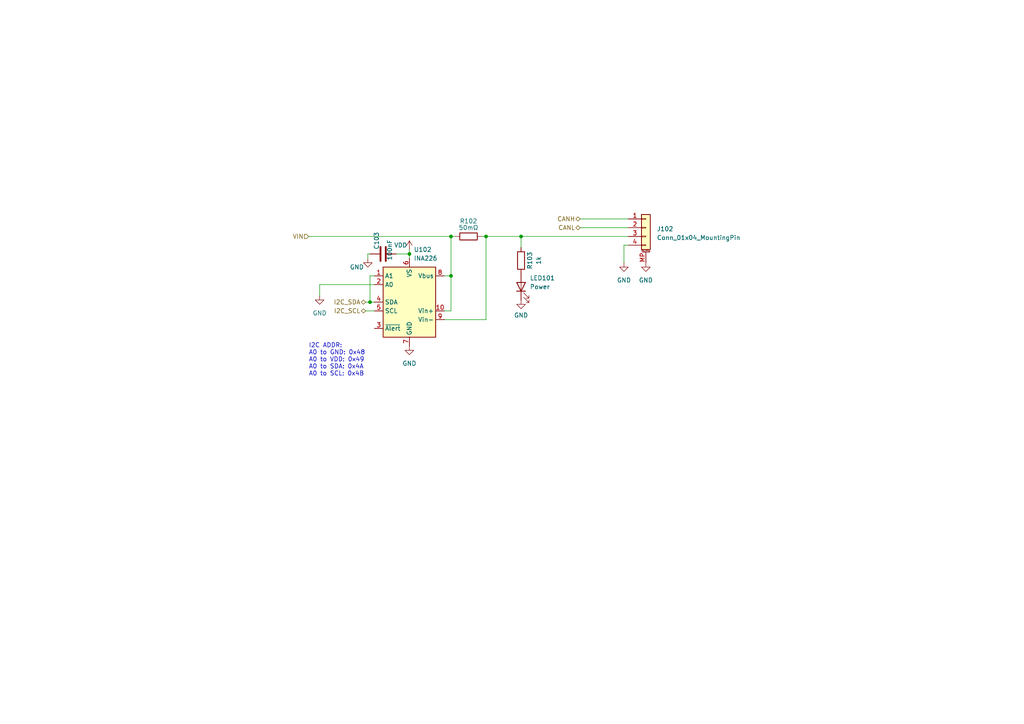
<source format=kicad_sch>
(kicad_sch
	(version 20231120)
	(generator "eeschema")
	(generator_version "8.0")
	(uuid "d339b9d8-51a7-460e-bb19-8d8c25d3e2aa")
	(paper "A4")
	(lib_symbols
		(symbol "Connector_Generic_MountingPin:Conn_01x04_MountingPin"
			(pin_names
				(offset 1.016) hide)
			(exclude_from_sim no)
			(in_bom yes)
			(on_board yes)
			(property "Reference" "J"
				(at 0 5.08 0)
				(effects
					(font
						(size 1.27 1.27)
					)
				)
			)
			(property "Value" "Conn_01x04_MountingPin"
				(at 1.27 -7.62 0)
				(effects
					(font
						(size 1.27 1.27)
					)
					(justify left)
				)
			)
			(property "Footprint" ""
				(at 0 0 0)
				(effects
					(font
						(size 1.27 1.27)
					)
					(hide yes)
				)
			)
			(property "Datasheet" "~"
				(at 0 0 0)
				(effects
					(font
						(size 1.27 1.27)
					)
					(hide yes)
				)
			)
			(property "Description" "Generic connectable mounting pin connector, single row, 01x04, script generated (kicad-library-utils/schlib/autogen/connector/)"
				(at 0 0 0)
				(effects
					(font
						(size 1.27 1.27)
					)
					(hide yes)
				)
			)
			(property "ki_keywords" "connector"
				(at 0 0 0)
				(effects
					(font
						(size 1.27 1.27)
					)
					(hide yes)
				)
			)
			(property "ki_fp_filters" "Connector*:*_1x??-1MP*"
				(at 0 0 0)
				(effects
					(font
						(size 1.27 1.27)
					)
					(hide yes)
				)
			)
			(symbol "Conn_01x04_MountingPin_1_1"
				(rectangle
					(start -1.27 -4.953)
					(end 0 -5.207)
					(stroke
						(width 0.1524)
						(type default)
					)
					(fill
						(type none)
					)
				)
				(rectangle
					(start -1.27 -2.413)
					(end 0 -2.667)
					(stroke
						(width 0.1524)
						(type default)
					)
					(fill
						(type none)
					)
				)
				(rectangle
					(start -1.27 0.127)
					(end 0 -0.127)
					(stroke
						(width 0.1524)
						(type default)
					)
					(fill
						(type none)
					)
				)
				(rectangle
					(start -1.27 2.667)
					(end 0 2.413)
					(stroke
						(width 0.1524)
						(type default)
					)
					(fill
						(type none)
					)
				)
				(rectangle
					(start -1.27 3.81)
					(end 1.27 -6.35)
					(stroke
						(width 0.254)
						(type default)
					)
					(fill
						(type background)
					)
				)
				(polyline
					(pts
						(xy -1.016 -7.112) (xy 1.016 -7.112)
					)
					(stroke
						(width 0.1524)
						(type default)
					)
					(fill
						(type none)
					)
				)
				(text "Mounting"
					(at 0 -6.731 0)
					(effects
						(font
							(size 0.381 0.381)
						)
					)
				)
				(pin passive line
					(at -5.08 2.54 0)
					(length 3.81)
					(name "Pin_1"
						(effects
							(font
								(size 1.27 1.27)
							)
						)
					)
					(number "1"
						(effects
							(font
								(size 1.27 1.27)
							)
						)
					)
				)
				(pin passive line
					(at -5.08 0 0)
					(length 3.81)
					(name "Pin_2"
						(effects
							(font
								(size 1.27 1.27)
							)
						)
					)
					(number "2"
						(effects
							(font
								(size 1.27 1.27)
							)
						)
					)
				)
				(pin passive line
					(at -5.08 -2.54 0)
					(length 3.81)
					(name "Pin_3"
						(effects
							(font
								(size 1.27 1.27)
							)
						)
					)
					(number "3"
						(effects
							(font
								(size 1.27 1.27)
							)
						)
					)
				)
				(pin passive line
					(at -5.08 -5.08 0)
					(length 3.81)
					(name "Pin_4"
						(effects
							(font
								(size 1.27 1.27)
							)
						)
					)
					(number "4"
						(effects
							(font
								(size 1.27 1.27)
							)
						)
					)
				)
				(pin passive line
					(at 0 -10.16 90)
					(length 3.048)
					(name "MountPin"
						(effects
							(font
								(size 1.27 1.27)
							)
						)
					)
					(number "MP"
						(effects
							(font
								(size 1.27 1.27)
							)
						)
					)
				)
			)
		)
		(symbol "Device:C"
			(pin_numbers hide)
			(pin_names
				(offset 0.254)
			)
			(exclude_from_sim no)
			(in_bom yes)
			(on_board yes)
			(property "Reference" "C"
				(at 0.635 2.54 0)
				(effects
					(font
						(size 1.27 1.27)
					)
					(justify left)
				)
			)
			(property "Value" "C"
				(at 0.635 -2.54 0)
				(effects
					(font
						(size 1.27 1.27)
					)
					(justify left)
				)
			)
			(property "Footprint" ""
				(at 0.9652 -3.81 0)
				(effects
					(font
						(size 1.27 1.27)
					)
					(hide yes)
				)
			)
			(property "Datasheet" "~"
				(at 0 0 0)
				(effects
					(font
						(size 1.27 1.27)
					)
					(hide yes)
				)
			)
			(property "Description" "Unpolarized capacitor"
				(at 0 0 0)
				(effects
					(font
						(size 1.27 1.27)
					)
					(hide yes)
				)
			)
			(property "ki_keywords" "cap capacitor"
				(at 0 0 0)
				(effects
					(font
						(size 1.27 1.27)
					)
					(hide yes)
				)
			)
			(property "ki_fp_filters" "C_*"
				(at 0 0 0)
				(effects
					(font
						(size 1.27 1.27)
					)
					(hide yes)
				)
			)
			(symbol "C_0_1"
				(polyline
					(pts
						(xy -2.032 -0.762) (xy 2.032 -0.762)
					)
					(stroke
						(width 0.508)
						(type default)
					)
					(fill
						(type none)
					)
				)
				(polyline
					(pts
						(xy -2.032 0.762) (xy 2.032 0.762)
					)
					(stroke
						(width 0.508)
						(type default)
					)
					(fill
						(type none)
					)
				)
			)
			(symbol "C_1_1"
				(pin passive line
					(at 0 3.81 270)
					(length 2.794)
					(name "~"
						(effects
							(font
								(size 1.27 1.27)
							)
						)
					)
					(number "1"
						(effects
							(font
								(size 1.27 1.27)
							)
						)
					)
				)
				(pin passive line
					(at 0 -3.81 90)
					(length 2.794)
					(name "~"
						(effects
							(font
								(size 1.27 1.27)
							)
						)
					)
					(number "2"
						(effects
							(font
								(size 1.27 1.27)
							)
						)
					)
				)
			)
		)
		(symbol "Device:LED"
			(pin_numbers hide)
			(pin_names
				(offset 1.016) hide)
			(exclude_from_sim no)
			(in_bom yes)
			(on_board yes)
			(property "Reference" "D"
				(at 0 2.54 0)
				(effects
					(font
						(size 1.27 1.27)
					)
				)
			)
			(property "Value" "LED"
				(at 0 -2.54 0)
				(effects
					(font
						(size 1.27 1.27)
					)
				)
			)
			(property "Footprint" ""
				(at 0 0 0)
				(effects
					(font
						(size 1.27 1.27)
					)
					(hide yes)
				)
			)
			(property "Datasheet" "~"
				(at 0 0 0)
				(effects
					(font
						(size 1.27 1.27)
					)
					(hide yes)
				)
			)
			(property "Description" "Light emitting diode"
				(at 0 0 0)
				(effects
					(font
						(size 1.27 1.27)
					)
					(hide yes)
				)
			)
			(property "ki_keywords" "LED diode"
				(at 0 0 0)
				(effects
					(font
						(size 1.27 1.27)
					)
					(hide yes)
				)
			)
			(property "ki_fp_filters" "LED* LED_SMD:* LED_THT:*"
				(at 0 0 0)
				(effects
					(font
						(size 1.27 1.27)
					)
					(hide yes)
				)
			)
			(symbol "LED_0_1"
				(polyline
					(pts
						(xy -1.27 -1.27) (xy -1.27 1.27)
					)
					(stroke
						(width 0.254)
						(type default)
					)
					(fill
						(type none)
					)
				)
				(polyline
					(pts
						(xy -1.27 0) (xy 1.27 0)
					)
					(stroke
						(width 0)
						(type default)
					)
					(fill
						(type none)
					)
				)
				(polyline
					(pts
						(xy 1.27 -1.27) (xy 1.27 1.27) (xy -1.27 0) (xy 1.27 -1.27)
					)
					(stroke
						(width 0.254)
						(type default)
					)
					(fill
						(type none)
					)
				)
				(polyline
					(pts
						(xy -3.048 -0.762) (xy -4.572 -2.286) (xy -3.81 -2.286) (xy -4.572 -2.286) (xy -4.572 -1.524)
					)
					(stroke
						(width 0)
						(type default)
					)
					(fill
						(type none)
					)
				)
				(polyline
					(pts
						(xy -1.778 -0.762) (xy -3.302 -2.286) (xy -2.54 -2.286) (xy -3.302 -2.286) (xy -3.302 -1.524)
					)
					(stroke
						(width 0)
						(type default)
					)
					(fill
						(type none)
					)
				)
			)
			(symbol "LED_1_1"
				(pin passive line
					(at -3.81 0 0)
					(length 2.54)
					(name "K"
						(effects
							(font
								(size 1.27 1.27)
							)
						)
					)
					(number "1"
						(effects
							(font
								(size 1.27 1.27)
							)
						)
					)
				)
				(pin passive line
					(at 3.81 0 180)
					(length 2.54)
					(name "A"
						(effects
							(font
								(size 1.27 1.27)
							)
						)
					)
					(number "2"
						(effects
							(font
								(size 1.27 1.27)
							)
						)
					)
				)
			)
		)
		(symbol "Device:R"
			(pin_numbers hide)
			(pin_names
				(offset 0)
			)
			(exclude_from_sim no)
			(in_bom yes)
			(on_board yes)
			(property "Reference" "R"
				(at 2.032 0 90)
				(effects
					(font
						(size 1.27 1.27)
					)
				)
			)
			(property "Value" "R"
				(at 0 0 90)
				(effects
					(font
						(size 1.27 1.27)
					)
				)
			)
			(property "Footprint" ""
				(at -1.778 0 90)
				(effects
					(font
						(size 1.27 1.27)
					)
					(hide yes)
				)
			)
			(property "Datasheet" "~"
				(at 0 0 0)
				(effects
					(font
						(size 1.27 1.27)
					)
					(hide yes)
				)
			)
			(property "Description" "Resistor"
				(at 0 0 0)
				(effects
					(font
						(size 1.27 1.27)
					)
					(hide yes)
				)
			)
			(property "ki_keywords" "R res resistor"
				(at 0 0 0)
				(effects
					(font
						(size 1.27 1.27)
					)
					(hide yes)
				)
			)
			(property "ki_fp_filters" "R_*"
				(at 0 0 0)
				(effects
					(font
						(size 1.27 1.27)
					)
					(hide yes)
				)
			)
			(symbol "R_0_1"
				(rectangle
					(start -1.016 -2.54)
					(end 1.016 2.54)
					(stroke
						(width 0.254)
						(type default)
					)
					(fill
						(type none)
					)
				)
			)
			(symbol "R_1_1"
				(pin passive line
					(at 0 3.81 270)
					(length 1.27)
					(name "~"
						(effects
							(font
								(size 1.27 1.27)
							)
						)
					)
					(number "1"
						(effects
							(font
								(size 1.27 1.27)
							)
						)
					)
				)
				(pin passive line
					(at 0 -3.81 90)
					(length 1.27)
					(name "~"
						(effects
							(font
								(size 1.27 1.27)
							)
						)
					)
					(number "2"
						(effects
							(font
								(size 1.27 1.27)
							)
						)
					)
				)
			)
		)
		(symbol "Sensor_Energy:INA226"
			(exclude_from_sim no)
			(in_bom yes)
			(on_board yes)
			(property "Reference" "U"
				(at -6.35 11.43 0)
				(effects
					(font
						(size 1.27 1.27)
					)
				)
			)
			(property "Value" "INA226"
				(at 3.81 11.43 0)
				(effects
					(font
						(size 1.27 1.27)
					)
				)
			)
			(property "Footprint" "Package_SO:VSSOP-10_3x3mm_P0.5mm"
				(at 20.32 -11.43 0)
				(effects
					(font
						(size 1.27 1.27)
					)
					(hide yes)
				)
			)
			(property "Datasheet" "http://www.ti.com/lit/ds/symlink/ina226.pdf"
				(at 8.89 -2.54 0)
				(effects
					(font
						(size 1.27 1.27)
					)
					(hide yes)
				)
			)
			(property "Description" "High-Side or Low-Side Measurement, Bi-Directional Current and Power Monitor (0-36V) with I2C Compatible Interface, VSSOP-10"
				(at 0 0 0)
				(effects
					(font
						(size 1.27 1.27)
					)
					(hide yes)
				)
			)
			(property "ki_keywords" "ADC I2C 16-Bit Oversampling Current Shunt"
				(at 0 0 0)
				(effects
					(font
						(size 1.27 1.27)
					)
					(hide yes)
				)
			)
			(property "ki_fp_filters" "VSSOP*3x3mm*P0.5mm*"
				(at 0 0 0)
				(effects
					(font
						(size 1.27 1.27)
					)
					(hide yes)
				)
			)
			(symbol "INA226_0_1"
				(rectangle
					(start 7.62 10.16)
					(end -7.62 -10.16)
					(stroke
						(width 0.254)
						(type default)
					)
					(fill
						(type background)
					)
				)
			)
			(symbol "INA226_1_1"
				(pin input line
					(at 10.16 7.62 180)
					(length 2.54)
					(name "A1"
						(effects
							(font
								(size 1.27 1.27)
							)
						)
					)
					(number "1"
						(effects
							(font
								(size 1.27 1.27)
							)
						)
					)
				)
				(pin input line
					(at -10.16 -2.54 0)
					(length 2.54)
					(name "Vin+"
						(effects
							(font
								(size 1.27 1.27)
							)
						)
					)
					(number "10"
						(effects
							(font
								(size 1.27 1.27)
							)
						)
					)
				)
				(pin input line
					(at 10.16 5.08 180)
					(length 2.54)
					(name "A0"
						(effects
							(font
								(size 1.27 1.27)
							)
						)
					)
					(number "2"
						(effects
							(font
								(size 1.27 1.27)
							)
						)
					)
				)
				(pin open_collector line
					(at 10.16 -7.62 180)
					(length 2.54)
					(name "~{Alert}"
						(effects
							(font
								(size 1.27 1.27)
							)
						)
					)
					(number "3"
						(effects
							(font
								(size 1.27 1.27)
							)
						)
					)
				)
				(pin bidirectional line
					(at 10.16 0 180)
					(length 2.54)
					(name "SDA"
						(effects
							(font
								(size 1.27 1.27)
							)
						)
					)
					(number "4"
						(effects
							(font
								(size 1.27 1.27)
							)
						)
					)
				)
				(pin input line
					(at 10.16 -2.54 180)
					(length 2.54)
					(name "SCL"
						(effects
							(font
								(size 1.27 1.27)
							)
						)
					)
					(number "5"
						(effects
							(font
								(size 1.27 1.27)
							)
						)
					)
				)
				(pin power_in line
					(at 0 12.7 270)
					(length 2.54)
					(name "VS"
						(effects
							(font
								(size 1.27 1.27)
							)
						)
					)
					(number "6"
						(effects
							(font
								(size 1.27 1.27)
							)
						)
					)
				)
				(pin power_in line
					(at 0 -12.7 90)
					(length 2.54)
					(name "GND"
						(effects
							(font
								(size 1.27 1.27)
							)
						)
					)
					(number "7"
						(effects
							(font
								(size 1.27 1.27)
							)
						)
					)
				)
				(pin input line
					(at -10.16 7.62 0)
					(length 2.54)
					(name "Vbus"
						(effects
							(font
								(size 1.27 1.27)
							)
						)
					)
					(number "8"
						(effects
							(font
								(size 1.27 1.27)
							)
						)
					)
				)
				(pin input line
					(at -10.16 -5.08 0)
					(length 2.54)
					(name "Vin-"
						(effects
							(font
								(size 1.27 1.27)
							)
						)
					)
					(number "9"
						(effects
							(font
								(size 1.27 1.27)
							)
						)
					)
				)
			)
		)
		(symbol "power:GND"
			(power)
			(pin_names
				(offset 0)
			)
			(exclude_from_sim no)
			(in_bom yes)
			(on_board yes)
			(property "Reference" "#PWR"
				(at 0 -6.35 0)
				(effects
					(font
						(size 1.27 1.27)
					)
					(hide yes)
				)
			)
			(property "Value" "GND"
				(at 0 -3.81 0)
				(effects
					(font
						(size 1.27 1.27)
					)
				)
			)
			(property "Footprint" ""
				(at 0 0 0)
				(effects
					(font
						(size 1.27 1.27)
					)
					(hide yes)
				)
			)
			(property "Datasheet" ""
				(at 0 0 0)
				(effects
					(font
						(size 1.27 1.27)
					)
					(hide yes)
				)
			)
			(property "Description" "Power symbol creates a global label with name \"GND\" , ground"
				(at 0 0 0)
				(effects
					(font
						(size 1.27 1.27)
					)
					(hide yes)
				)
			)
			(property "ki_keywords" "global power"
				(at 0 0 0)
				(effects
					(font
						(size 1.27 1.27)
					)
					(hide yes)
				)
			)
			(symbol "GND_0_1"
				(polyline
					(pts
						(xy 0 0) (xy 0 -1.27) (xy 1.27 -1.27) (xy 0 -2.54) (xy -1.27 -1.27) (xy 0 -1.27)
					)
					(stroke
						(width 0)
						(type default)
					)
					(fill
						(type none)
					)
				)
			)
			(symbol "GND_1_1"
				(pin power_in line
					(at 0 0 270)
					(length 0) hide
					(name "GND"
						(effects
							(font
								(size 1.27 1.27)
							)
						)
					)
					(number "1"
						(effects
							(font
								(size 1.27 1.27)
							)
						)
					)
				)
			)
		)
		(symbol "power:VDD"
			(power)
			(pin_names
				(offset 0)
			)
			(exclude_from_sim no)
			(in_bom yes)
			(on_board yes)
			(property "Reference" "#PWR"
				(at 0 -3.81 0)
				(effects
					(font
						(size 1.27 1.27)
					)
					(hide yes)
				)
			)
			(property "Value" "VDD"
				(at 0 3.81 0)
				(effects
					(font
						(size 1.27 1.27)
					)
				)
			)
			(property "Footprint" ""
				(at 0 0 0)
				(effects
					(font
						(size 1.27 1.27)
					)
					(hide yes)
				)
			)
			(property "Datasheet" ""
				(at 0 0 0)
				(effects
					(font
						(size 1.27 1.27)
					)
					(hide yes)
				)
			)
			(property "Description" "Power symbol creates a global label with name \"VDD\""
				(at 0 0 0)
				(effects
					(font
						(size 1.27 1.27)
					)
					(hide yes)
				)
			)
			(property "ki_keywords" "global power"
				(at 0 0 0)
				(effects
					(font
						(size 1.27 1.27)
					)
					(hide yes)
				)
			)
			(symbol "VDD_0_1"
				(polyline
					(pts
						(xy -0.762 1.27) (xy 0 2.54)
					)
					(stroke
						(width 0)
						(type default)
					)
					(fill
						(type none)
					)
				)
				(polyline
					(pts
						(xy 0 0) (xy 0 2.54)
					)
					(stroke
						(width 0)
						(type default)
					)
					(fill
						(type none)
					)
				)
				(polyline
					(pts
						(xy 0 2.54) (xy 0.762 1.27)
					)
					(stroke
						(width 0)
						(type default)
					)
					(fill
						(type none)
					)
				)
			)
			(symbol "VDD_1_1"
				(pin power_in line
					(at 0 0 90)
					(length 0) hide
					(name "VDD"
						(effects
							(font
								(size 1.27 1.27)
							)
						)
					)
					(number "1"
						(effects
							(font
								(size 1.27 1.27)
							)
						)
					)
				)
			)
		)
	)
	(junction
		(at 107.315 87.63)
		(diameter 0)
		(color 0 0 0 0)
		(uuid "1873f700-579d-49af-ad20-5167b28ddfda")
	)
	(junction
		(at 130.81 68.58)
		(diameter 0)
		(color 0 0 0 0)
		(uuid "2bbd9cbf-4ce6-4d7c-9ae5-b847f173838f")
	)
	(junction
		(at 151.13 68.58)
		(diameter 0)
		(color 0 0 0 0)
		(uuid "3ab7a47b-ee1e-4de6-bab3-bd178024a4a4")
	)
	(junction
		(at 130.81 80.01)
		(diameter 0)
		(color 0 0 0 0)
		(uuid "506817bd-3b39-408c-b42d-6c50fee13901")
	)
	(junction
		(at 118.745 73.66)
		(diameter 0)
		(color 0 0 0 0)
		(uuid "5c906a4f-6f8b-46a7-8bba-fb7f82694673")
	)
	(junction
		(at 140.97 68.58)
		(diameter 0)
		(color 0 0 0 0)
		(uuid "77dde57e-ef72-4e11-a637-5f42ef4b71b1")
	)
	(wire
		(pts
			(xy 128.905 90.17) (xy 130.81 90.17)
		)
		(stroke
			(width 0)
			(type default)
		)
		(uuid "0030dd76-e4cd-4201-9e85-7e17791306de")
	)
	(wire
		(pts
			(xy 180.975 71.12) (xy 180.975 76.2)
		)
		(stroke
			(width 0)
			(type default)
		)
		(uuid "00c952ea-469c-49bc-b5d1-630d9c998815")
	)
	(wire
		(pts
			(xy 140.97 68.58) (xy 151.13 68.58)
		)
		(stroke
			(width 0)
			(type default)
		)
		(uuid "0dc036a2-ea79-4bf1-9f50-327a4bade299")
	)
	(wire
		(pts
			(xy 106.045 90.17) (xy 108.585 90.17)
		)
		(stroke
			(width 0)
			(type default)
		)
		(uuid "12e1a23d-8937-490d-b5da-5a2964662018")
	)
	(wire
		(pts
			(xy 92.71 85.725) (xy 92.71 82.55)
		)
		(stroke
			(width 0)
			(type default)
		)
		(uuid "20c91705-0896-4068-a282-93524dbf6226")
	)
	(wire
		(pts
			(xy 128.905 92.71) (xy 140.97 92.71)
		)
		(stroke
			(width 0)
			(type default)
		)
		(uuid "243dfab5-26dc-446f-ba40-a4d50acc23a8")
	)
	(wire
		(pts
			(xy 114.935 73.66) (xy 118.745 73.66)
		)
		(stroke
			(width 0)
			(type default)
		)
		(uuid "24937cb2-87e2-4649-9f80-3f66f1c6310b")
	)
	(wire
		(pts
			(xy 151.13 68.58) (xy 182.245 68.58)
		)
		(stroke
			(width 0)
			(type default)
		)
		(uuid "3711cf39-0b6c-41e5-bbe4-895bfff51ed6")
	)
	(wire
		(pts
			(xy 107.315 80.01) (xy 107.315 87.63)
		)
		(stroke
			(width 0)
			(type default)
		)
		(uuid "40c072ff-bde2-45d7-a090-b781af641db3")
	)
	(wire
		(pts
			(xy 108.585 80.01) (xy 107.315 80.01)
		)
		(stroke
			(width 0)
			(type default)
		)
		(uuid "4a12d5a6-0149-4a2b-9cfc-046a80e2e0ba")
	)
	(wire
		(pts
			(xy 140.97 68.58) (xy 140.97 92.71)
		)
		(stroke
			(width 0)
			(type default)
		)
		(uuid "4a4f922f-0eaa-4608-9b97-301f163623eb")
	)
	(wire
		(pts
			(xy 130.81 68.58) (xy 132.08 68.58)
		)
		(stroke
			(width 0)
			(type default)
		)
		(uuid "4c609e88-60b1-476c-9b79-37d90a8cff1d")
	)
	(wire
		(pts
			(xy 151.13 68.58) (xy 151.13 71.755)
		)
		(stroke
			(width 0)
			(type default)
		)
		(uuid "56d9f6b5-075e-4489-81c2-4d9101168880")
	)
	(wire
		(pts
			(xy 168.275 66.04) (xy 182.245 66.04)
		)
		(stroke
			(width 0)
			(type default)
		)
		(uuid "601a51f2-fef3-4dc5-a5ed-2adfdc50380e")
	)
	(wire
		(pts
			(xy 106.045 87.63) (xy 107.315 87.63)
		)
		(stroke
			(width 0)
			(type default)
		)
		(uuid "62513fc4-cd86-4532-b42c-e177242d0967")
	)
	(wire
		(pts
			(xy 168.275 63.5) (xy 182.245 63.5)
		)
		(stroke
			(width 0)
			(type default)
		)
		(uuid "6b9266f5-ab9c-409e-b0a8-6ccccf415811")
	)
	(wire
		(pts
			(xy 106.68 73.66) (xy 107.315 73.66)
		)
		(stroke
			(width 0)
			(type default)
		)
		(uuid "6d628110-1cbe-4b64-a0ee-91ceaeb77721")
	)
	(wire
		(pts
			(xy 130.81 80.01) (xy 130.81 90.17)
		)
		(stroke
			(width 0)
			(type default)
		)
		(uuid "6fd0f1fc-c877-437d-9967-4c3c30f4b58c")
	)
	(wire
		(pts
			(xy 107.315 87.63) (xy 108.585 87.63)
		)
		(stroke
			(width 0)
			(type default)
		)
		(uuid "728df01c-609e-4e92-9090-f97d00b444a8")
	)
	(wire
		(pts
			(xy 92.71 82.55) (xy 108.585 82.55)
		)
		(stroke
			(width 0)
			(type default)
		)
		(uuid "87170b3a-a229-4a09-ba6b-29c1e5c2eefe")
	)
	(wire
		(pts
			(xy 182.245 71.12) (xy 180.975 71.12)
		)
		(stroke
			(width 0)
			(type default)
		)
		(uuid "a00b61e4-0214-499a-9fe7-eb5ce6578ff5")
	)
	(wire
		(pts
			(xy 106.68 73.66) (xy 106.68 74.93)
		)
		(stroke
			(width 0)
			(type default)
		)
		(uuid "a715c9e6-7327-41b8-bc58-148e561c745d")
	)
	(wire
		(pts
			(xy 130.81 68.58) (xy 130.81 80.01)
		)
		(stroke
			(width 0)
			(type default)
		)
		(uuid "bd2fd7c6-92a8-4cb3-ae86-5381a192a01a")
	)
	(wire
		(pts
			(xy 128.905 80.01) (xy 130.81 80.01)
		)
		(stroke
			(width 0)
			(type default)
		)
		(uuid "bf2d40ed-2d3c-4932-a7f9-e24d44e4ab3c")
	)
	(wire
		(pts
			(xy 139.7 68.58) (xy 140.97 68.58)
		)
		(stroke
			(width 0)
			(type default)
		)
		(uuid "c1dc32ba-7d4c-448a-8efb-328392e64ede")
	)
	(wire
		(pts
			(xy 118.745 72.39) (xy 118.745 73.66)
		)
		(stroke
			(width 0)
			(type default)
		)
		(uuid "c330658c-1d2c-4c9d-8a35-a8a2fef0e53c")
	)
	(wire
		(pts
			(xy 118.745 73.66) (xy 118.745 74.93)
		)
		(stroke
			(width 0)
			(type default)
		)
		(uuid "e3e3035b-aebb-4e91-97f1-5c52e47405e0")
	)
	(wire
		(pts
			(xy 89.535 68.58) (xy 130.81 68.58)
		)
		(stroke
			(width 0)
			(type default)
		)
		(uuid "e7803daf-c28e-4f73-ae89-cfb7c6f6e9cd")
	)
	(text "I2C ADDR: \nA0 to GND: 0x48\nA0 to VDD: 0x49\nA0 to SDA: 0x4A\nA0 to SCL: 0x4B"
		(exclude_from_sim no)
		(at 89.535 109.22 0)
		(effects
			(font
				(size 1.27 1.27)
			)
			(justify left bottom)
		)
		(uuid "1daa64f4-49f0-4dde-9c30-0fac420b5da3")
	)
	(hierarchical_label "I2C_SCL"
		(shape bidirectional)
		(at 106.045 90.17 180)
		(fields_autoplaced yes)
		(effects
			(font
				(size 1.27 1.27)
			)
			(justify right)
		)
		(uuid "52aa4820-3464-4a91-bbb3-a94b7f711648")
	)
	(hierarchical_label "CANH"
		(shape bidirectional)
		(at 168.275 63.5 180)
		(fields_autoplaced yes)
		(effects
			(font
				(size 1.27 1.27)
			)
			(justify right)
		)
		(uuid "7075cf47-3485-4ce5-9ad5-491b442ee589")
	)
	(hierarchical_label "CANL"
		(shape bidirectional)
		(at 168.275 66.04 180)
		(fields_autoplaced yes)
		(effects
			(font
				(size 1.27 1.27)
			)
			(justify right)
		)
		(uuid "b67e702e-8f97-470b-8baa-3539030fd8ff")
	)
	(hierarchical_label "VIN"
		(shape input)
		(at 89.535 68.58 180)
		(fields_autoplaced yes)
		(effects
			(font
				(size 1.27 1.27)
			)
			(justify right)
		)
		(uuid "ed760161-8b4d-4dfb-ac01-f43748dfdf9a")
	)
	(hierarchical_label "I2C_SDA"
		(shape bidirectional)
		(at 106.045 87.63 180)
		(fields_autoplaced yes)
		(effects
			(font
				(size 1.27 1.27)
			)
			(justify right)
		)
		(uuid "fa402e99-3f60-4998-9204-371d0ca05d50")
	)
	(symbol
		(lib_id "Device:LED")
		(at 151.13 83.185 90)
		(unit 1)
		(exclude_from_sim no)
		(in_bom yes)
		(on_board yes)
		(dnp no)
		(uuid "0054c927-5491-414b-95f5-72392d9bb1b0")
		(property "Reference" "LED301"
			(at 153.67 80.645 90)
			(effects
				(font
					(size 1.27 1.27)
				)
				(justify right)
			)
		)
		(property "Value" "Power"
			(at 153.67 83.185 90)
			(effects
				(font
					(size 1.27 1.27)
				)
				(justify right)
			)
		)
		(property "Footprint" "LED_SMD:LED_0603_1608Metric"
			(at 151.13 83.185 0)
			(effects
				(font
					(size 1.27 1.27)
				)
				(hide yes)
			)
		)
		(property "Datasheet" "~"
			(at 151.13 83.185 0)
			(effects
				(font
					(size 1.27 1.27)
				)
				(hide yes)
			)
		)
		(property "Description" ""
			(at 151.13 83.185 0)
			(effects
				(font
					(size 1.27 1.27)
				)
				(hide yes)
			)
		)
		(property "LCSC" "C2297"
			(at 151.13 83.185 0)
			(effects
				(font
					(size 1.27 1.27)
				)
				(hide yes)
			)
		)
		(pin "1"
			(uuid "0e7d0f30-0547-4dc8-9add-180bf43c1cc0")
		)
		(pin "2"
			(uuid "e46da2ba-aa07-4eaf-ad60-a275388056a9")
		)
		(instances
			(project "GS"
				(path "/39a3f286-a766-4612-a8bf-4e53d682d5ae/1917b303-3de0-4f5d-869e-635a906a89ff"
					(reference "LED301")
					(unit 1)
				)
			)
			(project "GS"
				(path "/920f9ee9-d8de-4f24-ad72-1c45434a67fe/deff5b4c-9f0c-4d0a-bd9e-e7e67942e2ab"
					(reference "LED6")
					(unit 1)
				)
			)
			(project "ModuleIF"
				(path "/d339b9d8-51a7-460e-bb19-8d8c25d3e2aa"
					(reference "LED101")
					(unit 1)
				)
			)
			(project "LiPoPowerSimple"
				(path "/ed97c6c4-a1a7-4dde-a640-89eca815dd0d"
					(reference "LED2")
					(unit 1)
				)
			)
		)
	)
	(symbol
		(lib_id "Connector_Generic_MountingPin:Conn_01x04_MountingPin")
		(at 187.325 66.04 0)
		(unit 1)
		(exclude_from_sim no)
		(in_bom yes)
		(on_board yes)
		(dnp no)
		(fields_autoplaced yes)
		(uuid "021cb314-136b-4da4-8e1f-6729fd302d6d")
		(property "Reference" "J301"
			(at 190.5 66.3956 0)
			(effects
				(font
					(size 1.27 1.27)
				)
				(justify left)
			)
		)
		(property "Value" "Conn_01x04_MountingPin"
			(at 190.5 68.9356 0)
			(effects
				(font
					(size 1.27 1.27)
				)
				(justify left)
			)
		)
		(property "Footprint" "WOBCLibrary:Grove_4P_L_SMD"
			(at 187.325 66.04 0)
			(effects
				(font
					(size 1.27 1.27)
				)
				(hide yes)
			)
		)
		(property "Datasheet" "~"
			(at 187.325 66.04 0)
			(effects
				(font
					(size 1.27 1.27)
				)
				(hide yes)
			)
		)
		(property "Description" ""
			(at 187.325 66.04 0)
			(effects
				(font
					(size 1.27 1.27)
				)
				(hide yes)
			)
		)
		(property "LCSC" ""
			(at 187.325 66.04 0)
			(effects
				(font
					(size 1.27 1.27)
				)
				(hide yes)
			)
		)
		(pin "1"
			(uuid "22e17aa6-f80e-4d1f-aab8-30f5ec00fce1")
		)
		(pin "2"
			(uuid "e8b6c76c-2791-4d3d-8d27-2f6afe0d2f31")
		)
		(pin "3"
			(uuid "e063a15e-857f-49a0-b713-9cc7f5cdf76a")
		)
		(pin "4"
			(uuid "53316869-9360-4a0a-b27d-6a136e6d69a3")
		)
		(pin "MP"
			(uuid "8e2ed7e7-69ff-44b3-ad46-7e219f61ff36")
		)
		(instances
			(project "GS"
				(path "/39a3f286-a766-4612-a8bf-4e53d682d5ae/1917b303-3de0-4f5d-869e-635a906a89ff"
					(reference "J301")
					(unit 1)
				)
			)
			(project "GS"
				(path "/920f9ee9-d8de-4f24-ad72-1c45434a67fe/deff5b4c-9f0c-4d0a-bd9e-e7e67942e2ab"
					(reference "J6")
					(unit 1)
				)
			)
			(project "ModuleIF"
				(path "/d339b9d8-51a7-460e-bb19-8d8c25d3e2aa"
					(reference "J102")
					(unit 1)
				)
			)
		)
	)
	(symbol
		(lib_id "power:GND")
		(at 180.975 76.2 0)
		(unit 1)
		(exclude_from_sim no)
		(in_bom yes)
		(on_board yes)
		(dnp no)
		(fields_autoplaced yes)
		(uuid "0ee3efe6-418f-4e23-87d2-33309294d51d")
		(property "Reference" "#PWR0306"
			(at 180.975 82.55 0)
			(effects
				(font
					(size 1.27 1.27)
				)
				(hide yes)
			)
		)
		(property "Value" "GND"
			(at 180.975 81.28 0)
			(effects
				(font
					(size 1.27 1.27)
				)
			)
		)
		(property "Footprint" ""
			(at 180.975 76.2 0)
			(effects
				(font
					(size 1.27 1.27)
				)
				(hide yes)
			)
		)
		(property "Datasheet" ""
			(at 180.975 76.2 0)
			(effects
				(font
					(size 1.27 1.27)
				)
				(hide yes)
			)
		)
		(property "Description" ""
			(at 180.975 76.2 0)
			(effects
				(font
					(size 1.27 1.27)
				)
				(hide yes)
			)
		)
		(pin "1"
			(uuid "df609c96-6cd5-419d-8bd1-9efbf0671250")
		)
		(instances
			(project "GS"
				(path "/39a3f286-a766-4612-a8bf-4e53d682d5ae/1917b303-3de0-4f5d-869e-635a906a89ff"
					(reference "#PWR0306")
					(unit 1)
				)
			)
			(project "GS"
				(path "/920f9ee9-d8de-4f24-ad72-1c45434a67fe/deff5b4c-9f0c-4d0a-bd9e-e7e67942e2ab"
					(reference "#PWR060")
					(unit 1)
				)
			)
			(project "ModuleIF"
				(path "/d339b9d8-51a7-460e-bb19-8d8c25d3e2aa"
					(reference "#PWR0108")
					(unit 1)
				)
			)
		)
	)
	(symbol
		(lib_id "Sensor_Energy:INA226")
		(at 118.745 87.63 0)
		(mirror y)
		(unit 1)
		(exclude_from_sim no)
		(in_bom yes)
		(on_board yes)
		(dnp no)
		(uuid "488bd1f2-c1dd-4eb0-beff-b5c73b762925")
		(property "Reference" "U301"
			(at 120.015 72.39 0)
			(effects
				(font
					(size 1.27 1.27)
				)
				(justify right)
			)
		)
		(property "Value" "INA226"
			(at 120.015 74.93 0)
			(effects
				(font
					(size 1.27 1.27)
				)
				(justify right)
			)
		)
		(property "Footprint" "Package_SO:VSSOP-10_3x3mm_P0.5mm"
			(at 98.425 99.06 0)
			(effects
				(font
					(size 1.27 1.27)
				)
				(hide yes)
			)
		)
		(property "Datasheet" "http://www.ti.com/lit/ds/symlink/ina226.pdf"
			(at 109.855 90.17 0)
			(effects
				(font
					(size 1.27 1.27)
				)
				(hide yes)
			)
		)
		(property "Description" ""
			(at 118.745 87.63 0)
			(effects
				(font
					(size 1.27 1.27)
				)
				(hide yes)
			)
		)
		(property "LCSC" "C49851"
			(at 118.745 87.63 0)
			(effects
				(font
					(size 1.27 1.27)
				)
				(hide yes)
			)
		)
		(pin "1"
			(uuid "ab92ac52-a6f1-40fb-ab57-fd99ed774d40")
		)
		(pin "10"
			(uuid "eff8fed0-b479-4efa-96a6-5c876302b795")
		)
		(pin "2"
			(uuid "4d49d623-efaa-4aeb-90e4-a57676358813")
		)
		(pin "3"
			(uuid "4cd17489-965c-4249-bdcc-7c986e5df862")
		)
		(pin "4"
			(uuid "ba59848f-57d2-4271-b219-b545278d67e2")
		)
		(pin "5"
			(uuid "81abad30-62fa-42a4-81d6-7ed384d32117")
		)
		(pin "6"
			(uuid "101fc6e1-fa71-4fb0-a2bf-278a047c64aa")
		)
		(pin "7"
			(uuid "b5ea56ec-05bd-4dd3-8cf4-f940a34bc4ee")
		)
		(pin "8"
			(uuid "ebe04235-a696-4389-826c-248ad183259e")
		)
		(pin "9"
			(uuid "574aa635-1871-400a-b556-5f3e8ef010fc")
		)
		(instances
			(project "GS"
				(path "/39a3f286-a766-4612-a8bf-4e53d682d5ae/1917b303-3de0-4f5d-869e-635a906a89ff"
					(reference "U301")
					(unit 1)
				)
			)
			(project "GS"
				(path "/920f9ee9-d8de-4f24-ad72-1c45434a67fe/deff5b4c-9f0c-4d0a-bd9e-e7e67942e2ab"
					(reference "U12")
					(unit 1)
				)
			)
			(project "ModuleIF"
				(path "/d339b9d8-51a7-460e-bb19-8d8c25d3e2aa"
					(reference "U102")
					(unit 1)
				)
			)
		)
	)
	(symbol
		(lib_id "power:GND")
		(at 151.13 86.995 0)
		(unit 1)
		(exclude_from_sim no)
		(in_bom yes)
		(on_board yes)
		(dnp no)
		(uuid "57630f41-b7c8-493f-801a-309d26f063ae")
		(property "Reference" "#PWR0305"
			(at 151.13 93.345 0)
			(effects
				(font
					(size 1.27 1.27)
				)
				(hide yes)
			)
		)
		(property "Value" "GND"
			(at 151.13 91.44 0)
			(effects
				(font
					(size 1.27 1.27)
				)
			)
		)
		(property "Footprint" ""
			(at 151.13 86.995 0)
			(effects
				(font
					(size 1.27 1.27)
				)
				(hide yes)
			)
		)
		(property "Datasheet" ""
			(at 151.13 86.995 0)
			(effects
				(font
					(size 1.27 1.27)
				)
				(hide yes)
			)
		)
		(property "Description" ""
			(at 151.13 86.995 0)
			(effects
				(font
					(size 1.27 1.27)
				)
				(hide yes)
			)
		)
		(pin "1"
			(uuid "881b5589-9c92-4e63-8117-e84a7740df12")
		)
		(instances
			(project "GS"
				(path "/39a3f286-a766-4612-a8bf-4e53d682d5ae/1917b303-3de0-4f5d-869e-635a906a89ff"
					(reference "#PWR0305")
					(unit 1)
				)
			)
			(project "GS"
				(path "/920f9ee9-d8de-4f24-ad72-1c45434a67fe/deff5b4c-9f0c-4d0a-bd9e-e7e67942e2ab"
					(reference "#PWR059")
					(unit 1)
				)
			)
			(project "ModuleIF"
				(path "/d339b9d8-51a7-460e-bb19-8d8c25d3e2aa"
					(reference "#PWR0107")
					(unit 1)
				)
			)
			(project "LiPoPowerSimple"
				(path "/ed97c6c4-a1a7-4dde-a640-89eca815dd0d"
					(reference "#PWR024")
					(unit 1)
				)
			)
		)
	)
	(symbol
		(lib_id "Device:R")
		(at 151.13 75.565 180)
		(unit 1)
		(exclude_from_sim no)
		(in_bom yes)
		(on_board yes)
		(dnp no)
		(uuid "6de3200d-6eb4-4413-8da4-ba986185e1ec")
		(property "Reference" "R302"
			(at 153.67 75.565 90)
			(effects
				(font
					(size 1.27 1.27)
				)
			)
		)
		(property "Value" "1k"
			(at 156.21 75.565 90)
			(effects
				(font
					(size 1.27 1.27)
				)
			)
		)
		(property "Footprint" "Resistor_SMD:R_0402_1005Metric"
			(at 152.908 75.565 90)
			(effects
				(font
					(size 1.27 1.27)
				)
				(hide yes)
			)
		)
		(property "Datasheet" "~"
			(at 151.13 75.565 0)
			(effects
				(font
					(size 1.27 1.27)
				)
				(hide yes)
			)
		)
		(property "Description" ""
			(at 151.13 75.565 0)
			(effects
				(font
					(size 1.27 1.27)
				)
				(hide yes)
			)
		)
		(property "LCSC" "C11702"
			(at 151.13 75.565 0)
			(effects
				(font
					(size 1.27 1.27)
				)
				(hide yes)
			)
		)
		(pin "1"
			(uuid "4702f9e3-87c7-47ea-bc94-8028c00d7137")
		)
		(pin "2"
			(uuid "f99c3242-9217-41f1-ae4c-6bcd84abf929")
		)
		(instances
			(project "GS"
				(path "/39a3f286-a766-4612-a8bf-4e53d682d5ae/1917b303-3de0-4f5d-869e-635a906a89ff"
					(reference "R302")
					(unit 1)
				)
			)
			(project "GS"
				(path "/920f9ee9-d8de-4f24-ad72-1c45434a67fe/deff5b4c-9f0c-4d0a-bd9e-e7e67942e2ab"
					(reference "R25")
					(unit 1)
				)
			)
			(project "ModuleIF"
				(path "/d339b9d8-51a7-460e-bb19-8d8c25d3e2aa"
					(reference "R103")
					(unit 1)
				)
			)
			(project "LiPoPowerSimple"
				(path "/ed97c6c4-a1a7-4dde-a640-89eca815dd0d"
					(reference "R5")
					(unit 1)
				)
			)
		)
	)
	(symbol
		(lib_id "Device:C")
		(at 111.125 73.66 90)
		(unit 1)
		(exclude_from_sim no)
		(in_bom yes)
		(on_board yes)
		(dnp no)
		(uuid "72d06842-23d9-421b-a512-d539a9227ed3")
		(property "Reference" "C301"
			(at 109.22 72.39 0)
			(effects
				(font
					(size 1.27 1.27)
				)
				(justify left)
			)
		)
		(property "Value" "100nF"
			(at 113.03 75.565 0)
			(effects
				(font
					(size 1.27 1.27)
				)
				(justify left)
			)
		)
		(property "Footprint" "Capacitor_SMD:C_0402_1005Metric"
			(at 114.935 72.6948 0)
			(effects
				(font
					(size 1.27 1.27)
				)
				(hide yes)
			)
		)
		(property "Datasheet" "~"
			(at 111.125 73.66 0)
			(effects
				(font
					(size 1.27 1.27)
				)
				(hide yes)
			)
		)
		(property "Description" ""
			(at 111.125 73.66 0)
			(effects
				(font
					(size 1.27 1.27)
				)
				(hide yes)
			)
		)
		(property "LCSC" "C1525"
			(at 111.125 73.66 0)
			(effects
				(font
					(size 1.27 1.27)
				)
				(hide yes)
			)
		)
		(pin "1"
			(uuid "86bbe601-8bb1-4784-8c8e-7748684c7861")
		)
		(pin "2"
			(uuid "2c4797c9-1757-4b92-aa37-9e4f3c117394")
		)
		(instances
			(project "GS"
				(path "/39a3f286-a766-4612-a8bf-4e53d682d5ae/1917b303-3de0-4f5d-869e-635a906a89ff"
					(reference "C301")
					(unit 1)
				)
			)
			(project "GS"
				(path "/920f9ee9-d8de-4f24-ad72-1c45434a67fe/deff5b4c-9f0c-4d0a-bd9e-e7e67942e2ab"
					(reference "C17")
					(unit 1)
				)
			)
			(project "ModuleIF"
				(path "/d339b9d8-51a7-460e-bb19-8d8c25d3e2aa"
					(reference "C103")
					(unit 1)
				)
			)
			(project "LiPoPowerSimple"
				(path "/ed97c6c4-a1a7-4dde-a640-89eca815dd0d"
					(reference "C9")
					(unit 1)
				)
			)
		)
	)
	(symbol
		(lib_id "power:GND")
		(at 106.68 74.93 0)
		(unit 1)
		(exclude_from_sim no)
		(in_bom yes)
		(on_board yes)
		(dnp no)
		(uuid "731c3624-3ab6-429e-b2a6-95dd4b2793fd")
		(property "Reference" "#PWR0302"
			(at 106.68 81.28 0)
			(effects
				(font
					(size 1.27 1.27)
				)
				(hide yes)
			)
		)
		(property "Value" "GND"
			(at 103.505 77.47 0)
			(effects
				(font
					(size 1.27 1.27)
				)
			)
		)
		(property "Footprint" ""
			(at 106.68 74.93 0)
			(effects
				(font
					(size 1.27 1.27)
				)
				(hide yes)
			)
		)
		(property "Datasheet" ""
			(at 106.68 74.93 0)
			(effects
				(font
					(size 1.27 1.27)
				)
				(hide yes)
			)
		)
		(property "Description" ""
			(at 106.68 74.93 0)
			(effects
				(font
					(size 1.27 1.27)
				)
				(hide yes)
			)
		)
		(pin "1"
			(uuid "8a52756d-7250-43a3-940d-40564f65b87f")
		)
		(instances
			(project "GS"
				(path "/39a3f286-a766-4612-a8bf-4e53d682d5ae/1917b303-3de0-4f5d-869e-635a906a89ff"
					(reference "#PWR0302")
					(unit 1)
				)
			)
			(project "GS"
				(path "/920f9ee9-d8de-4f24-ad72-1c45434a67fe/deff5b4c-9f0c-4d0a-bd9e-e7e67942e2ab"
					(reference "#PWR056")
					(unit 1)
				)
			)
			(project "ModuleIF"
				(path "/d339b9d8-51a7-460e-bb19-8d8c25d3e2aa"
					(reference "#PWR0104")
					(unit 1)
				)
			)
			(project "LiPoPowerSimple"
				(path "/ed97c6c4-a1a7-4dde-a640-89eca815dd0d"
					(reference "#PWR09")
					(unit 1)
				)
			)
		)
	)
	(symbol
		(lib_id "power:GND")
		(at 118.745 100.33 0)
		(unit 1)
		(exclude_from_sim no)
		(in_bom yes)
		(on_board yes)
		(dnp no)
		(fields_autoplaced yes)
		(uuid "7ce17366-8b44-450f-bb1f-fbcad2d7c660")
		(property "Reference" "#PWR0304"
			(at 118.745 106.68 0)
			(effects
				(font
					(size 1.27 1.27)
				)
				(hide yes)
			)
		)
		(property "Value" "GND"
			(at 118.745 105.41 0)
			(effects
				(font
					(size 1.27 1.27)
				)
			)
		)
		(property "Footprint" ""
			(at 118.745 100.33 0)
			(effects
				(font
					(size 1.27 1.27)
				)
				(hide yes)
			)
		)
		(property "Datasheet" ""
			(at 118.745 100.33 0)
			(effects
				(font
					(size 1.27 1.27)
				)
				(hide yes)
			)
		)
		(property "Description" ""
			(at 118.745 100.33 0)
			(effects
				(font
					(size 1.27 1.27)
				)
				(hide yes)
			)
		)
		(pin "1"
			(uuid "b711bc4e-fad5-4ea7-989a-21bdfc1c713c")
		)
		(instances
			(project "GS"
				(path "/39a3f286-a766-4612-a8bf-4e53d682d5ae/1917b303-3de0-4f5d-869e-635a906a89ff"
					(reference "#PWR0304")
					(unit 1)
				)
			)
			(project "GS"
				(path "/920f9ee9-d8de-4f24-ad72-1c45434a67fe/deff5b4c-9f0c-4d0a-bd9e-e7e67942e2ab"
					(reference "#PWR058")
					(unit 1)
				)
			)
			(project "ModuleIF"
				(path "/d339b9d8-51a7-460e-bb19-8d8c25d3e2aa"
					(reference "#PWR0106")
					(unit 1)
				)
			)
		)
	)
	(symbol
		(lib_id "Device:R")
		(at 135.89 68.58 90)
		(unit 1)
		(exclude_from_sim no)
		(in_bom yes)
		(on_board yes)
		(dnp no)
		(uuid "89d22738-f083-4d16-99c9-f5e55236f3d9")
		(property "Reference" "R301"
			(at 135.89 64.135 90)
			(effects
				(font
					(size 1.27 1.27)
				)
			)
		)
		(property "Value" "50mΩ"
			(at 135.89 66.04 90)
			(effects
				(font
					(size 1.27 1.27)
				)
			)
		)
		(property "Footprint" "Resistor_SMD:R_0805_2012Metric"
			(at 135.89 70.358 90)
			(effects
				(font
					(size 1.27 1.27)
				)
				(hide yes)
			)
		)
		(property "Datasheet" "~"
			(at 135.89 68.58 0)
			(effects
				(font
					(size 1.27 1.27)
				)
				(hide yes)
			)
		)
		(property "Description" ""
			(at 135.89 68.58 0)
			(effects
				(font
					(size 1.27 1.27)
				)
				(hide yes)
			)
		)
		(property "LCSC" "C247602"
			(at 135.89 68.58 0)
			(effects
				(font
					(size 1.27 1.27)
				)
				(hide yes)
			)
		)
		(pin "1"
			(uuid "b632154e-d395-4e8b-8c80-788f3556cf16")
		)
		(pin "2"
			(uuid "fb3af0dc-d5e7-45b1-bb05-6cf45025aadb")
		)
		(instances
			(project "GS"
				(path "/39a3f286-a766-4612-a8bf-4e53d682d5ae/1917b303-3de0-4f5d-869e-635a906a89ff"
					(reference "R301")
					(unit 1)
				)
			)
			(project "GS"
				(path "/920f9ee9-d8de-4f24-ad72-1c45434a67fe/deff5b4c-9f0c-4d0a-bd9e-e7e67942e2ab"
					(reference "R24")
					(unit 1)
				)
			)
			(project "ModuleIF"
				(path "/d339b9d8-51a7-460e-bb19-8d8c25d3e2aa"
					(reference "R102")
					(unit 1)
				)
			)
			(project "LiPoPowerSimple"
				(path "/ed97c6c4-a1a7-4dde-a640-89eca815dd0d"
					(reference "R8")
					(unit 1)
				)
			)
		)
	)
	(symbol
		(lib_id "power:GND")
		(at 187.325 76.2 0)
		(unit 1)
		(exclude_from_sim no)
		(in_bom yes)
		(on_board yes)
		(dnp no)
		(fields_autoplaced yes)
		(uuid "8bee61be-f40c-46ad-816d-825def9d72d5")
		(property "Reference" "#PWR0307"
			(at 187.325 82.55 0)
			(effects
				(font
					(size 1.27 1.27)
				)
				(hide yes)
			)
		)
		(property "Value" "GND"
			(at 187.325 81.28 0)
			(effects
				(font
					(size 1.27 1.27)
				)
			)
		)
		(property "Footprint" ""
			(at 187.325 76.2 0)
			(effects
				(font
					(size 1.27 1.27)
				)
				(hide yes)
			)
		)
		(property "Datasheet" ""
			(at 187.325 76.2 0)
			(effects
				(font
					(size 1.27 1.27)
				)
				(hide yes)
			)
		)
		(property "Description" ""
			(at 187.325 76.2 0)
			(effects
				(font
					(size 1.27 1.27)
				)
				(hide yes)
			)
		)
		(pin "1"
			(uuid "c5ef06dd-d956-4a8d-b808-5d3c715154ad")
		)
		(instances
			(project "GS"
				(path "/39a3f286-a766-4612-a8bf-4e53d682d5ae/1917b303-3de0-4f5d-869e-635a906a89ff"
					(reference "#PWR0307")
					(unit 1)
				)
			)
			(project "GS"
				(path "/920f9ee9-d8de-4f24-ad72-1c45434a67fe/deff5b4c-9f0c-4d0a-bd9e-e7e67942e2ab"
					(reference "#PWR061")
					(unit 1)
				)
			)
			(project "ModuleIF"
				(path "/d339b9d8-51a7-460e-bb19-8d8c25d3e2aa"
					(reference "#PWR0109")
					(unit 1)
				)
			)
		)
	)
	(symbol
		(lib_id "power:GND")
		(at 92.71 85.725 0)
		(unit 1)
		(exclude_from_sim no)
		(in_bom yes)
		(on_board yes)
		(dnp no)
		(fields_autoplaced yes)
		(uuid "9a588dcb-df80-4c9e-812b-df5a01e38c37")
		(property "Reference" "#PWR0301"
			(at 92.71 92.075 0)
			(effects
				(font
					(size 1.27 1.27)
				)
				(hide yes)
			)
		)
		(property "Value" "GND"
			(at 92.71 90.805 0)
			(effects
				(font
					(size 1.27 1.27)
				)
			)
		)
		(property "Footprint" ""
			(at 92.71 85.725 0)
			(effects
				(font
					(size 1.27 1.27)
				)
				(hide yes)
			)
		)
		(property "Datasheet" ""
			(at 92.71 85.725 0)
			(effects
				(font
					(size 1.27 1.27)
				)
				(hide yes)
			)
		)
		(property "Description" ""
			(at 92.71 85.725 0)
			(effects
				(font
					(size 1.27 1.27)
				)
				(hide yes)
			)
		)
		(pin "1"
			(uuid "9e729714-10cd-41aa-941d-eb935fb8b2df")
		)
		(instances
			(project "GS"
				(path "/39a3f286-a766-4612-a8bf-4e53d682d5ae/1917b303-3de0-4f5d-869e-635a906a89ff"
					(reference "#PWR0301")
					(unit 1)
				)
			)
			(project "GS"
				(path "/920f9ee9-d8de-4f24-ad72-1c45434a67fe/deff5b4c-9f0c-4d0a-bd9e-e7e67942e2ab"
					(reference "#PWR055")
					(unit 1)
				)
			)
			(project "ModuleIF"
				(path "/d339b9d8-51a7-460e-bb19-8d8c25d3e2aa"
					(reference "#PWR0103")
					(unit 1)
				)
			)
		)
	)
	(symbol
		(lib_id "power:VDD")
		(at 118.745 72.39 0)
		(unit 1)
		(exclude_from_sim no)
		(in_bom yes)
		(on_board yes)
		(dnp no)
		(uuid "a1684716-d8bd-471e-b58e-f367274b6355")
		(property "Reference" "#PWR0303"
			(at 118.745 76.2 0)
			(effects
				(font
					(size 1.27 1.27)
				)
				(hide yes)
			)
		)
		(property "Value" "VDD"
			(at 116.205 71.12 0)
			(effects
				(font
					(size 1.27 1.27)
				)
			)
		)
		(property "Footprint" ""
			(at 118.745 72.39 0)
			(effects
				(font
					(size 1.27 1.27)
				)
				(hide yes)
			)
		)
		(property "Datasheet" ""
			(at 118.745 72.39 0)
			(effects
				(font
					(size 1.27 1.27)
				)
				(hide yes)
			)
		)
		(property "Description" ""
			(at 118.745 72.39 0)
			(effects
				(font
					(size 1.27 1.27)
				)
				(hide yes)
			)
		)
		(pin "1"
			(uuid "dfb7da65-e9d5-4ed8-9e34-72b851b6692c")
		)
		(instances
			(project "GS"
				(path "/39a3f286-a766-4612-a8bf-4e53d682d5ae/1917b303-3de0-4f5d-869e-635a906a89ff"
					(reference "#PWR0303")
					(unit 1)
				)
			)
			(project "GS"
				(path "/920f9ee9-d8de-4f24-ad72-1c45434a67fe/deff5b4c-9f0c-4d0a-bd9e-e7e67942e2ab"
					(reference "#PWR057")
					(unit 1)
				)
			)
			(project "ModuleIF"
				(path "/d339b9d8-51a7-460e-bb19-8d8c25d3e2aa"
					(reference "#PWR0105")
					(unit 1)
				)
			)
		)
	)
)

</source>
